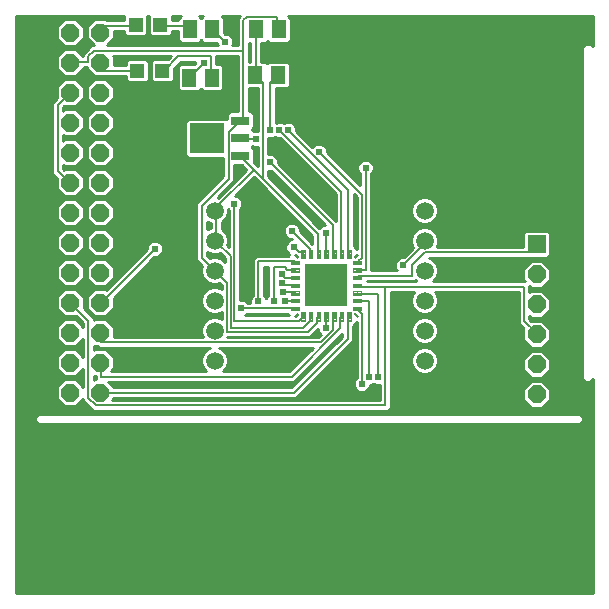
<source format=gtl>
G75*
G70*
%OFA0B0*%
%FSLAX24Y24*%
%IPPOS*%
%LPD*%
%AMOC8*
5,1,8,0,0,1.08239X$1,22.5*
%
%ADD10C,0.0039*%
%ADD11C,0.0017*%
%ADD12R,0.1398X0.1398*%
%ADD13C,0.0594*%
%ADD14R,0.0591X0.0315*%
%ADD15R,0.1181X0.0984*%
%ADD16R,0.0512X0.0591*%
%ADD17OC8,0.0600*%
%ADD18R,0.0472X0.0472*%
%ADD19R,0.0472X0.0591*%
%ADD20R,0.0600X0.0600*%
%ADD21C,0.0060*%
%ADD22C,0.0240*%
%ADD23C,0.0100*%
D10*
X009564Y009838D02*
X009840Y009838D01*
X009564Y009838D02*
X009564Y009956D01*
X009840Y009956D01*
X009840Y009838D01*
X009840Y009876D02*
X009564Y009876D01*
X009564Y009914D02*
X009840Y009914D01*
X009840Y009952D02*
X009564Y009952D01*
X009564Y010094D02*
X009840Y010094D01*
X009564Y010094D02*
X009564Y010212D01*
X009840Y010212D01*
X009840Y010094D01*
X009840Y010132D02*
X009564Y010132D01*
X009564Y010170D02*
X009840Y010170D01*
X009840Y010208D02*
X009564Y010208D01*
X009564Y010350D02*
X009840Y010350D01*
X009564Y010350D02*
X009564Y010468D01*
X009840Y010468D01*
X009840Y010350D01*
X009840Y010388D02*
X009564Y010388D01*
X009564Y010426D02*
X009840Y010426D01*
X009840Y010464D02*
X009564Y010464D01*
X009564Y010606D02*
X009840Y010606D01*
X009564Y010606D02*
X009564Y010724D01*
X009840Y010724D01*
X009840Y010606D01*
X009840Y010644D02*
X009564Y010644D01*
X009564Y010682D02*
X009840Y010682D01*
X009840Y010720D02*
X009564Y010720D01*
X009564Y010862D02*
X009840Y010862D01*
X009564Y010862D02*
X009564Y010980D01*
X009840Y010980D01*
X009840Y010862D01*
X009840Y010900D02*
X009564Y010900D01*
X009564Y010938D02*
X009840Y010938D01*
X009840Y010976D02*
X009564Y010976D01*
X009564Y011118D02*
X009840Y011118D01*
X009564Y011118D02*
X009564Y011236D01*
X009840Y011236D01*
X009840Y011118D01*
X009840Y011156D02*
X009564Y011156D01*
X009564Y011194D02*
X009840Y011194D01*
X009840Y011232D02*
X009564Y011232D01*
X009564Y011374D02*
X009840Y011374D01*
X009564Y011374D02*
X009564Y011492D01*
X009840Y011492D01*
X009840Y011374D01*
X009840Y011412D02*
X009564Y011412D01*
X009564Y011450D02*
X009840Y011450D01*
X009840Y011488D02*
X009564Y011488D01*
X009918Y011570D02*
X009918Y011846D01*
X010036Y011846D01*
X010036Y011570D01*
X009918Y011570D01*
X009918Y011608D02*
X010036Y011608D01*
X010036Y011646D02*
X009918Y011646D01*
X009918Y011684D02*
X010036Y011684D01*
X010036Y011722D02*
X009918Y011722D01*
X009918Y011760D02*
X010036Y011760D01*
X010036Y011798D02*
X009918Y011798D01*
X009918Y011836D02*
X010036Y011836D01*
X010174Y011846D02*
X010174Y011570D01*
X010174Y011846D02*
X010292Y011846D01*
X010292Y011570D01*
X010174Y011570D01*
X010174Y011608D02*
X010292Y011608D01*
X010292Y011646D02*
X010174Y011646D01*
X010174Y011684D02*
X010292Y011684D01*
X010292Y011722D02*
X010174Y011722D01*
X010174Y011760D02*
X010292Y011760D01*
X010292Y011798D02*
X010174Y011798D01*
X010174Y011836D02*
X010292Y011836D01*
X010430Y011846D02*
X010430Y011570D01*
X010430Y011846D02*
X010548Y011846D01*
X010548Y011570D01*
X010430Y011570D01*
X010430Y011608D02*
X010548Y011608D01*
X010548Y011646D02*
X010430Y011646D01*
X010430Y011684D02*
X010548Y011684D01*
X010548Y011722D02*
X010430Y011722D01*
X010430Y011760D02*
X010548Y011760D01*
X010548Y011798D02*
X010430Y011798D01*
X010430Y011836D02*
X010548Y011836D01*
X010686Y011846D02*
X010686Y011570D01*
X010686Y011846D02*
X010804Y011846D01*
X010804Y011570D01*
X010686Y011570D01*
X010686Y011608D02*
X010804Y011608D01*
X010804Y011646D02*
X010686Y011646D01*
X010686Y011684D02*
X010804Y011684D01*
X010804Y011722D02*
X010686Y011722D01*
X010686Y011760D02*
X010804Y011760D01*
X010804Y011798D02*
X010686Y011798D01*
X010686Y011836D02*
X010804Y011836D01*
X010942Y011846D02*
X010942Y011570D01*
X010942Y011846D02*
X011060Y011846D01*
X011060Y011570D01*
X010942Y011570D01*
X010942Y011608D02*
X011060Y011608D01*
X011060Y011646D02*
X010942Y011646D01*
X010942Y011684D02*
X011060Y011684D01*
X011060Y011722D02*
X010942Y011722D01*
X010942Y011760D02*
X011060Y011760D01*
X011060Y011798D02*
X010942Y011798D01*
X010942Y011836D02*
X011060Y011836D01*
X011198Y011846D02*
X011198Y011570D01*
X011198Y011846D02*
X011316Y011846D01*
X011316Y011570D01*
X011198Y011570D01*
X011198Y011608D02*
X011316Y011608D01*
X011316Y011646D02*
X011198Y011646D01*
X011198Y011684D02*
X011316Y011684D01*
X011316Y011722D02*
X011198Y011722D01*
X011198Y011760D02*
X011316Y011760D01*
X011316Y011798D02*
X011198Y011798D01*
X011198Y011836D02*
X011316Y011836D01*
X011454Y011846D02*
X011454Y011570D01*
X011454Y011846D02*
X011572Y011846D01*
X011572Y011570D01*
X011454Y011570D01*
X011454Y011608D02*
X011572Y011608D01*
X011572Y011646D02*
X011454Y011646D01*
X011454Y011684D02*
X011572Y011684D01*
X011572Y011722D02*
X011454Y011722D01*
X011454Y011760D02*
X011572Y011760D01*
X011572Y011798D02*
X011454Y011798D01*
X011454Y011836D02*
X011572Y011836D01*
X011650Y011492D02*
X011926Y011492D01*
X011926Y011374D01*
X011650Y011374D01*
X011650Y011492D01*
X011650Y011412D02*
X011926Y011412D01*
X011926Y011450D02*
X011650Y011450D01*
X011650Y011488D02*
X011926Y011488D01*
X011926Y011236D02*
X011650Y011236D01*
X011926Y011236D02*
X011926Y011118D01*
X011650Y011118D01*
X011650Y011236D01*
X011650Y011156D02*
X011926Y011156D01*
X011926Y011194D02*
X011650Y011194D01*
X011650Y011232D02*
X011926Y011232D01*
X011926Y010980D02*
X011650Y010980D01*
X011926Y010980D02*
X011926Y010862D01*
X011650Y010862D01*
X011650Y010980D01*
X011650Y010900D02*
X011926Y010900D01*
X011926Y010938D02*
X011650Y010938D01*
X011650Y010976D02*
X011926Y010976D01*
X011926Y010724D02*
X011650Y010724D01*
X011926Y010724D02*
X011926Y010606D01*
X011650Y010606D01*
X011650Y010724D01*
X011650Y010644D02*
X011926Y010644D01*
X011926Y010682D02*
X011650Y010682D01*
X011650Y010720D02*
X011926Y010720D01*
X011926Y010468D02*
X011650Y010468D01*
X011926Y010468D02*
X011926Y010350D01*
X011650Y010350D01*
X011650Y010468D01*
X011650Y010388D02*
X011926Y010388D01*
X011926Y010426D02*
X011650Y010426D01*
X011650Y010464D02*
X011926Y010464D01*
X011926Y010212D02*
X011650Y010212D01*
X011926Y010212D02*
X011926Y010094D01*
X011650Y010094D01*
X011650Y010212D01*
X011650Y010132D02*
X011926Y010132D01*
X011926Y010170D02*
X011650Y010170D01*
X011650Y010208D02*
X011926Y010208D01*
X011926Y009956D02*
X011650Y009956D01*
X011926Y009956D02*
X011926Y009838D01*
X011650Y009838D01*
X011650Y009956D01*
X011650Y009876D02*
X011926Y009876D01*
X011926Y009914D02*
X011650Y009914D01*
X011650Y009952D02*
X011926Y009952D01*
X011572Y009760D02*
X011572Y009484D01*
X011454Y009484D01*
X011454Y009760D01*
X011572Y009760D01*
X011572Y009522D02*
X011454Y009522D01*
X011454Y009560D02*
X011572Y009560D01*
X011572Y009598D02*
X011454Y009598D01*
X011454Y009636D02*
X011572Y009636D01*
X011572Y009674D02*
X011454Y009674D01*
X011454Y009712D02*
X011572Y009712D01*
X011572Y009750D02*
X011454Y009750D01*
X011316Y009760D02*
X011316Y009484D01*
X011198Y009484D01*
X011198Y009760D01*
X011316Y009760D01*
X011316Y009522D02*
X011198Y009522D01*
X011198Y009560D02*
X011316Y009560D01*
X011316Y009598D02*
X011198Y009598D01*
X011198Y009636D02*
X011316Y009636D01*
X011316Y009674D02*
X011198Y009674D01*
X011198Y009712D02*
X011316Y009712D01*
X011316Y009750D02*
X011198Y009750D01*
X011060Y009760D02*
X011060Y009484D01*
X010942Y009484D01*
X010942Y009760D01*
X011060Y009760D01*
X011060Y009522D02*
X010942Y009522D01*
X010942Y009560D02*
X011060Y009560D01*
X011060Y009598D02*
X010942Y009598D01*
X010942Y009636D02*
X011060Y009636D01*
X011060Y009674D02*
X010942Y009674D01*
X010942Y009712D02*
X011060Y009712D01*
X011060Y009750D02*
X010942Y009750D01*
X010804Y009760D02*
X010804Y009484D01*
X010686Y009484D01*
X010686Y009760D01*
X010804Y009760D01*
X010804Y009522D02*
X010686Y009522D01*
X010686Y009560D02*
X010804Y009560D01*
X010804Y009598D02*
X010686Y009598D01*
X010686Y009636D02*
X010804Y009636D01*
X010804Y009674D02*
X010686Y009674D01*
X010686Y009712D02*
X010804Y009712D01*
X010804Y009750D02*
X010686Y009750D01*
X010548Y009760D02*
X010548Y009484D01*
X010430Y009484D01*
X010430Y009760D01*
X010548Y009760D01*
X010548Y009522D02*
X010430Y009522D01*
X010430Y009560D02*
X010548Y009560D01*
X010548Y009598D02*
X010430Y009598D01*
X010430Y009636D02*
X010548Y009636D01*
X010548Y009674D02*
X010430Y009674D01*
X010430Y009712D02*
X010548Y009712D01*
X010548Y009750D02*
X010430Y009750D01*
X010292Y009760D02*
X010292Y009484D01*
X010174Y009484D01*
X010174Y009760D01*
X010292Y009760D01*
X010292Y009522D02*
X010174Y009522D01*
X010174Y009560D02*
X010292Y009560D01*
X010292Y009598D02*
X010174Y009598D01*
X010174Y009636D02*
X010292Y009636D01*
X010292Y009674D02*
X010174Y009674D01*
X010174Y009712D02*
X010292Y009712D01*
X010292Y009750D02*
X010174Y009750D01*
X010036Y009760D02*
X010036Y009484D01*
X009918Y009484D01*
X009918Y009760D01*
X010036Y009760D01*
X010036Y009522D02*
X009918Y009522D01*
X009918Y009560D02*
X010036Y009560D01*
X010036Y009598D02*
X009918Y009598D01*
X009918Y009636D02*
X010036Y009636D01*
X010036Y009674D02*
X009918Y009674D01*
X009918Y009712D02*
X010036Y009712D01*
X010036Y009750D02*
X009918Y009750D01*
D11*
X009818Y009702D02*
X009782Y009738D01*
X009818Y009702D02*
X009720Y009604D01*
X009684Y009640D01*
X009782Y009738D01*
X009736Y009620D02*
X009704Y009620D01*
X009688Y009636D02*
X009752Y009636D01*
X009768Y009652D02*
X009696Y009652D01*
X009712Y009668D02*
X009784Y009668D01*
X009800Y009684D02*
X009728Y009684D01*
X009744Y009700D02*
X009816Y009700D01*
X009804Y009716D02*
X009760Y009716D01*
X009776Y009732D02*
X009788Y009732D01*
X009782Y011592D02*
X009818Y011628D01*
X009782Y011592D02*
X009684Y011690D01*
X009720Y011726D01*
X009818Y011628D01*
X009798Y011608D02*
X009766Y011608D01*
X009750Y011624D02*
X009814Y011624D01*
X009806Y011640D02*
X009734Y011640D01*
X009718Y011656D02*
X009790Y011656D01*
X009774Y011672D02*
X009702Y011672D01*
X009686Y011688D02*
X009758Y011688D01*
X009742Y011704D02*
X009698Y011704D01*
X009714Y011720D02*
X009726Y011720D01*
X011672Y011628D02*
X011708Y011592D01*
X011672Y011628D02*
X011770Y011726D01*
X011806Y011690D01*
X011708Y011592D01*
X011724Y011608D02*
X011692Y011608D01*
X011676Y011624D02*
X011740Y011624D01*
X011756Y011640D02*
X011684Y011640D01*
X011700Y011656D02*
X011772Y011656D01*
X011788Y011672D02*
X011716Y011672D01*
X011732Y011688D02*
X011804Y011688D01*
X011792Y011704D02*
X011748Y011704D01*
X011764Y011720D02*
X011776Y011720D01*
X011698Y009748D02*
X011662Y009712D01*
X011698Y009748D02*
X011796Y009650D01*
X011760Y009614D01*
X011662Y009712D01*
X011744Y009630D02*
X011776Y009630D01*
X011792Y009646D02*
X011728Y009646D01*
X011712Y009662D02*
X011784Y009662D01*
X011768Y009678D02*
X011696Y009678D01*
X011680Y009694D02*
X011752Y009694D01*
X011736Y009710D02*
X011664Y009710D01*
X011676Y009726D02*
X011720Y009726D01*
X011704Y009742D02*
X011692Y009742D01*
D12*
X010745Y010665D03*
D13*
X014035Y011156D03*
X014035Y012156D03*
X014035Y013156D03*
X014035Y010156D03*
X014035Y009156D03*
X014035Y008156D03*
X007035Y008156D03*
X007035Y009156D03*
X007035Y010156D03*
X007035Y011156D03*
X007035Y012156D03*
X007035Y013156D03*
D14*
X007891Y014977D03*
X007891Y015568D03*
X007891Y016159D03*
D15*
X006789Y015568D03*
D16*
X008386Y017674D03*
X009134Y017674D03*
X009162Y019196D03*
X008414Y019196D03*
D17*
X003211Y019080D03*
X002211Y019080D03*
X002211Y018080D03*
X002211Y017080D03*
X002211Y016080D03*
X002211Y015080D03*
X002211Y014080D03*
X002211Y013080D03*
X002211Y012080D03*
X002211Y011080D03*
X002211Y010080D03*
X002211Y009080D03*
X002211Y008080D03*
X002211Y007080D03*
X003211Y007080D03*
X003211Y008080D03*
X003211Y009080D03*
X003211Y010080D03*
X003211Y011080D03*
X003211Y012080D03*
X003211Y013080D03*
X003211Y014080D03*
X003211Y015080D03*
X003211Y016080D03*
X003211Y017080D03*
X003211Y018080D03*
X017760Y011040D03*
X017760Y010040D03*
X017760Y009040D03*
X017760Y008040D03*
X017760Y007040D03*
D18*
X005281Y017820D03*
X004454Y017820D03*
X004394Y019350D03*
X005221Y019350D03*
D19*
X006202Y019200D03*
X006952Y019200D03*
X006938Y017584D03*
X006188Y017584D03*
D20*
X017760Y012040D03*
D21*
X017760Y011760D01*
X014040Y011760D01*
X013620Y011340D01*
X013620Y010980D01*
X011820Y010980D01*
X011788Y010921D01*
X011788Y011177D02*
X011820Y011190D01*
X012060Y011190D01*
X012060Y014580D01*
X011940Y013680D02*
X010500Y015120D01*
X009480Y015840D02*
X011490Y013830D01*
X011490Y011760D01*
X011513Y011708D01*
X011257Y011708D02*
X011250Y011760D01*
X011250Y013770D01*
X009180Y015840D01*
X008880Y015840D02*
X008880Y017400D01*
X009120Y017640D01*
X009134Y017674D01*
X008640Y017400D02*
X008640Y014220D01*
X010470Y012390D01*
X010470Y011760D01*
X010489Y011708D01*
X010233Y011708D02*
X010200Y011760D01*
X010200Y011880D01*
X009600Y012480D01*
X009660Y011940D02*
X009840Y011760D01*
X009960Y011760D01*
X009977Y011708D01*
X009702Y011433D02*
X009660Y011460D01*
X008490Y011460D01*
X008490Y010140D01*
X009000Y010140D02*
X009000Y011280D01*
X009360Y011280D01*
X009450Y011190D01*
X009690Y011190D01*
X009702Y011177D01*
X009702Y010921D02*
X009690Y010920D01*
X009390Y010920D01*
X009270Y011040D01*
X009270Y010740D02*
X009270Y010680D01*
X009660Y010680D01*
X009702Y010665D01*
X009660Y010440D02*
X009702Y010409D01*
X009660Y010440D02*
X009300Y010440D01*
X009360Y010140D02*
X009660Y010140D01*
X009702Y010153D01*
X009660Y009900D02*
X009702Y009897D01*
X009660Y009900D02*
X007920Y009900D01*
X007680Y009480D02*
X007680Y013380D01*
X007080Y013260D02*
X007080Y013200D01*
X007035Y013156D01*
X007080Y013140D01*
X007080Y012180D01*
X007035Y012156D01*
X007080Y012120D01*
X007560Y011640D01*
X007560Y009240D01*
X009960Y009240D01*
X010200Y009480D01*
X010200Y009600D01*
X010233Y009622D01*
X010440Y009600D02*
X010489Y009622D01*
X010440Y009600D02*
X010440Y009420D01*
X010140Y009120D01*
X007440Y009120D01*
X007440Y010740D01*
X007080Y011100D01*
X007035Y011156D01*
X007020Y011160D01*
X006600Y011580D01*
X006600Y013320D01*
X007500Y014220D01*
X007500Y015780D01*
X007860Y016140D01*
X007891Y016159D01*
X007920Y016200D01*
X007980Y016260D01*
X007980Y018480D01*
X003000Y018480D01*
X002820Y018300D01*
X002820Y018120D01*
X002220Y018120D01*
X002211Y018080D01*
X002211Y017080D02*
X002160Y017040D01*
X001800Y016680D01*
X001800Y014460D01*
X002160Y014100D01*
X002211Y014080D01*
X005040Y011880D02*
X003240Y010080D01*
X003211Y010080D01*
X002820Y009480D02*
X002820Y006900D01*
X003060Y006660D01*
X012720Y006660D01*
X012720Y010620D01*
X011820Y010620D01*
X011788Y010665D01*
X011788Y010409D02*
X011820Y010380D01*
X012480Y010380D01*
X012480Y007620D01*
X012180Y007620D02*
X012180Y010140D01*
X011820Y010140D01*
X011788Y010153D01*
X011788Y009897D02*
X011820Y009840D01*
X011940Y009720D01*
X011940Y007380D01*
X010560Y008760D02*
X003240Y008760D01*
X003240Y009060D01*
X003211Y009080D01*
X002820Y009480D02*
X002220Y010080D01*
X002211Y010080D01*
X003211Y008080D02*
X003240Y008040D01*
X003240Y007620D01*
X009600Y007620D01*
X011220Y009240D01*
X011220Y009600D01*
X011257Y009622D01*
X011460Y009600D02*
X011513Y009622D01*
X011460Y009600D02*
X011460Y008880D01*
X009660Y007080D01*
X003211Y007080D01*
X007680Y009480D02*
X009840Y009480D01*
X009960Y009600D01*
X009977Y009622D01*
X010740Y009600D02*
X010740Y009240D01*
X010980Y009180D02*
X010560Y008760D01*
X010980Y009180D02*
X010980Y009600D01*
X011001Y009622D01*
X010745Y009622D02*
X010740Y009600D01*
X011788Y011433D02*
X011820Y011460D01*
X011940Y011580D01*
X011940Y013680D01*
X010980Y012660D02*
X008880Y014760D01*
X008340Y014520D02*
X008640Y014220D01*
X008340Y014520D02*
X007080Y013260D01*
X008340Y014520D02*
X007920Y014940D01*
X007891Y014977D01*
X007920Y015540D02*
X007891Y015568D01*
X007920Y015540D02*
X008400Y015540D01*
X008640Y017400D02*
X008400Y017640D01*
X008386Y017674D01*
X008400Y017700D01*
X008400Y019140D01*
X008414Y019196D01*
X008100Y019620D02*
X007980Y019500D01*
X007980Y018480D01*
X007380Y018780D02*
X006960Y019200D01*
X006952Y019200D01*
X006202Y019200D02*
X006180Y019200D01*
X006180Y019320D01*
X005280Y019320D01*
X005221Y019350D01*
X004394Y019350D02*
X004380Y019320D01*
X003240Y019320D01*
X003240Y019080D01*
X003211Y019080D01*
X003211Y018080D02*
X003240Y018060D01*
X003240Y017820D01*
X004454Y017820D01*
X005281Y017820D02*
X005340Y017820D01*
X005820Y018300D01*
X006900Y018300D01*
X006900Y017640D01*
X006938Y017584D01*
X006660Y018060D02*
X006240Y017640D01*
X006188Y017584D01*
X008100Y019620D02*
X009120Y019620D01*
X009120Y019200D01*
X009162Y019196D01*
X010980Y012660D02*
X010980Y011760D01*
X011001Y011708D01*
X010745Y011708D02*
X010740Y011760D01*
X010740Y012420D01*
X012720Y010620D02*
X017340Y010620D01*
X017340Y009480D01*
X017760Y009060D01*
X017760Y009040D01*
X014035Y012156D02*
X013980Y012120D01*
X013980Y012000D01*
X013320Y011340D01*
D22*
X013320Y011340D03*
X010740Y012420D03*
X009660Y011940D03*
X009600Y012480D03*
X009270Y011040D03*
X009270Y010740D03*
X009300Y010440D03*
X009360Y010140D03*
X009000Y010140D03*
X008490Y010140D03*
X007920Y009900D03*
X010740Y009240D03*
X012180Y007620D03*
X012480Y007620D03*
X011940Y007380D03*
X007680Y013380D03*
X008880Y014760D03*
X008400Y015540D03*
X008880Y015840D03*
X009180Y015840D03*
X009480Y015840D03*
X010500Y015120D03*
X012060Y014580D03*
X007380Y018780D03*
X006660Y018060D03*
X005040Y011880D03*
D23*
X000410Y019635D02*
X000410Y000410D01*
X019635Y000410D01*
X019635Y007530D01*
X019545Y007440D01*
X019395Y007440D01*
X019290Y007545D01*
X019290Y018615D01*
X019395Y018720D01*
X019545Y018720D01*
X019635Y018630D01*
X019635Y019635D01*
X009486Y019635D01*
X009568Y019553D01*
X009568Y018838D01*
X009480Y018750D01*
X008844Y018750D01*
X008788Y018806D01*
X008732Y018750D01*
X008580Y018750D01*
X008580Y018119D01*
X008704Y018119D01*
X008760Y018063D01*
X008816Y018119D01*
X009452Y018119D01*
X009540Y018031D01*
X009540Y017316D01*
X009452Y017228D01*
X009060Y017228D01*
X009060Y016083D01*
X009126Y016110D01*
X009234Y016110D01*
X009330Y016070D01*
X009426Y016110D01*
X009534Y016110D01*
X009633Y016069D01*
X009709Y015993D01*
X009750Y015894D01*
X009750Y015825D01*
X010286Y015288D01*
X010347Y015349D01*
X010446Y015390D01*
X010554Y015390D01*
X010653Y015349D01*
X010729Y015273D01*
X010770Y015174D01*
X010770Y015105D01*
X011880Y013995D01*
X011880Y014378D01*
X011831Y014427D01*
X011790Y014526D01*
X011790Y014634D01*
X011831Y014733D01*
X011907Y014809D01*
X012006Y014850D01*
X012114Y014850D01*
X012213Y014809D01*
X012289Y014733D01*
X012330Y014634D01*
X012330Y014526D01*
X012289Y014427D01*
X012240Y014378D01*
X012240Y011160D01*
X013118Y011160D01*
X013091Y011187D01*
X013050Y011286D01*
X013050Y011394D01*
X013091Y011493D01*
X013167Y011569D01*
X013266Y011610D01*
X013335Y011610D01*
X013648Y011922D01*
X013588Y012067D01*
X013588Y012244D01*
X013656Y012409D01*
X013782Y012534D01*
X013946Y012602D01*
X014124Y012602D01*
X014288Y012534D01*
X014414Y012409D01*
X014482Y012244D01*
X014482Y012067D01*
X014429Y011940D01*
X017310Y011940D01*
X017310Y012402D01*
X017398Y012490D01*
X018122Y012490D01*
X018210Y012402D01*
X018210Y011678D01*
X018122Y011590D01*
X017845Y011590D01*
X017835Y011580D01*
X014178Y011580D01*
X014288Y011534D01*
X014414Y011409D01*
X014482Y011244D01*
X014482Y011067D01*
X014414Y010902D01*
X014311Y010800D01*
X017364Y010800D01*
X017310Y010854D01*
X017310Y011226D01*
X017574Y011490D01*
X017946Y011490D01*
X018210Y011226D01*
X018210Y010854D01*
X017946Y010590D01*
X017574Y010590D01*
X017520Y010644D01*
X017520Y010436D01*
X017574Y010490D01*
X017946Y010490D01*
X018210Y010226D01*
X018210Y009854D01*
X017946Y009590D01*
X017574Y009590D01*
X017520Y009644D01*
X017520Y009555D01*
X017585Y009490D01*
X017946Y009490D01*
X018210Y009226D01*
X018210Y008854D01*
X017946Y008590D01*
X017574Y008590D01*
X017310Y008854D01*
X017310Y009226D01*
X017325Y009241D01*
X017160Y009405D01*
X017160Y010440D01*
X014382Y010440D01*
X014414Y010409D01*
X014482Y010244D01*
X014482Y010067D01*
X014414Y009902D01*
X014288Y009777D01*
X014124Y009709D01*
X013946Y009709D01*
X013782Y009777D01*
X013656Y009902D01*
X013588Y010067D01*
X013588Y010244D01*
X013656Y010409D01*
X013688Y010440D01*
X012900Y010440D01*
X012900Y006585D01*
X012795Y006480D01*
X002985Y006480D01*
X002880Y006585D01*
X002640Y006825D01*
X002640Y006873D01*
X002397Y006630D01*
X002025Y006630D01*
X001761Y006894D01*
X001761Y007266D01*
X002025Y007530D01*
X002397Y007530D01*
X002640Y007287D01*
X002640Y007873D01*
X002397Y007630D01*
X002025Y007630D01*
X001761Y007894D01*
X001761Y008266D01*
X002025Y008530D01*
X002397Y008530D01*
X002640Y008287D01*
X002640Y008873D01*
X002397Y008630D01*
X002025Y008630D01*
X001761Y008894D01*
X001761Y009266D01*
X002025Y009530D01*
X002397Y009530D01*
X002640Y009287D01*
X002640Y009405D01*
X002406Y009639D01*
X002397Y009630D01*
X002025Y009630D01*
X001761Y009894D01*
X001761Y010266D01*
X002025Y010530D01*
X002397Y010530D01*
X002661Y010266D01*
X002661Y009894D01*
X002661Y009894D01*
X002895Y009660D01*
X003000Y009555D01*
X003000Y009505D01*
X003025Y009530D01*
X003397Y009530D01*
X003661Y009266D01*
X003661Y008940D01*
X006641Y008940D01*
X006588Y009067D01*
X006588Y009244D01*
X006656Y009409D01*
X006782Y009534D01*
X006946Y009602D01*
X007124Y009602D01*
X007260Y009546D01*
X007260Y009765D01*
X007124Y009709D01*
X006946Y009709D01*
X006782Y009777D01*
X006656Y009902D01*
X006588Y010067D01*
X006588Y010244D01*
X006656Y010409D01*
X006782Y010534D01*
X006946Y010602D01*
X007124Y010602D01*
X007260Y010546D01*
X007260Y010665D01*
X007190Y010736D01*
X007124Y010709D01*
X006946Y010709D01*
X006782Y010777D01*
X006656Y010902D01*
X006588Y011067D01*
X006588Y011244D01*
X006615Y011310D01*
X006420Y011505D01*
X006420Y013395D01*
X006525Y013500D01*
X007320Y014295D01*
X007320Y014926D01*
X006136Y014926D01*
X006048Y015014D01*
X006048Y016122D01*
X006136Y016210D01*
X007441Y016210D01*
X007446Y016206D01*
X007446Y016378D01*
X007534Y016466D01*
X007800Y016466D01*
X007800Y018300D01*
X007080Y018300D01*
X007080Y018029D01*
X007236Y018029D01*
X007324Y017941D01*
X007324Y017226D01*
X007236Y017138D01*
X006639Y017138D01*
X006563Y017215D01*
X006486Y017138D01*
X005889Y017138D01*
X005801Y017226D01*
X005801Y017941D01*
X005889Y018029D01*
X006374Y018029D01*
X006390Y018045D01*
X006390Y018114D01*
X006393Y018120D01*
X005895Y018120D01*
X005667Y017892D01*
X005667Y017522D01*
X005579Y017434D01*
X004982Y017434D01*
X004895Y017522D01*
X004895Y018118D01*
X004982Y018206D01*
X005472Y018206D01*
X005565Y018300D01*
X003627Y018300D01*
X003661Y018266D01*
X003661Y018000D01*
X004068Y018000D01*
X004068Y018118D01*
X004156Y018206D01*
X004752Y018206D01*
X004840Y018118D01*
X004840Y017522D01*
X004752Y017434D01*
X004156Y017434D01*
X004068Y017522D01*
X004068Y017640D01*
X003407Y017640D01*
X003397Y017630D01*
X003025Y017630D01*
X002761Y017894D01*
X002761Y017940D01*
X002661Y017940D01*
X002661Y017894D01*
X002397Y017630D01*
X002025Y017630D01*
X001761Y017894D01*
X001761Y018266D01*
X002025Y018530D01*
X002397Y018530D01*
X002627Y018300D01*
X002640Y018300D01*
X002640Y018375D01*
X002820Y018555D01*
X002925Y018660D01*
X002995Y018660D01*
X002761Y018894D01*
X002761Y019266D01*
X003025Y019530D01*
X003397Y019530D01*
X003427Y019500D01*
X004008Y019500D01*
X004008Y019635D01*
X000410Y019635D01*
X000410Y019585D02*
X004008Y019585D01*
X004008Y019140D02*
X003661Y019140D01*
X003661Y018894D01*
X003427Y018660D01*
X007137Y018660D01*
X007110Y018726D01*
X007110Y018755D01*
X006654Y018755D01*
X006577Y018831D01*
X006501Y018755D01*
X005904Y018755D01*
X005816Y018843D01*
X005816Y019140D01*
X005607Y019140D01*
X005607Y019052D01*
X005519Y018964D01*
X004922Y018964D01*
X004835Y019052D01*
X004835Y019635D01*
X004780Y019635D01*
X004780Y019052D01*
X004692Y018964D01*
X004096Y018964D01*
X004008Y019052D01*
X004008Y019140D01*
X004008Y019092D02*
X003661Y019092D01*
X003661Y018994D02*
X004066Y018994D01*
X003661Y018895D02*
X005816Y018895D01*
X005816Y018994D02*
X005549Y018994D01*
X005607Y019092D02*
X005816Y019092D01*
X005862Y018797D02*
X003564Y018797D01*
X003466Y018698D02*
X007122Y018698D01*
X007365Y019050D02*
X007339Y019076D01*
X007339Y019557D01*
X007261Y019635D01*
X007860Y019635D01*
X007800Y019575D01*
X007800Y018660D01*
X007623Y018660D01*
X007650Y018726D01*
X007650Y018834D01*
X007609Y018933D01*
X007533Y019009D01*
X007434Y019050D01*
X007365Y019050D01*
X007339Y019092D02*
X007800Y019092D01*
X007800Y018994D02*
X007548Y018994D01*
X007625Y018895D02*
X007800Y018895D01*
X007800Y018797D02*
X007650Y018797D01*
X007638Y018698D02*
X007800Y018698D01*
X008160Y018698D02*
X008220Y018698D01*
X008220Y018750D02*
X008220Y018119D01*
X008160Y018119D01*
X008160Y018750D01*
X008220Y018750D01*
X008220Y018600D02*
X008160Y018600D01*
X008160Y018501D02*
X008220Y018501D01*
X008220Y018403D02*
X008160Y018403D01*
X008160Y018304D02*
X008220Y018304D01*
X008220Y018206D02*
X008160Y018206D01*
X007800Y018206D02*
X007080Y018206D01*
X007080Y018107D02*
X007800Y018107D01*
X007800Y018009D02*
X007256Y018009D01*
X007324Y017910D02*
X007800Y017910D01*
X007800Y017812D02*
X007324Y017812D01*
X007324Y017713D02*
X007800Y017713D01*
X007800Y017615D02*
X007324Y017615D01*
X007324Y017516D02*
X007800Y017516D01*
X007800Y017418D02*
X007324Y017418D01*
X007324Y017319D02*
X007800Y017319D01*
X007800Y017221D02*
X007318Y017221D01*
X007800Y017122D02*
X003661Y017122D01*
X003661Y017024D02*
X007800Y017024D01*
X007800Y016925D02*
X003661Y016925D01*
X003661Y016894D02*
X003397Y016630D01*
X003025Y016630D01*
X002761Y016894D01*
X002761Y017266D01*
X003025Y017530D01*
X003397Y017530D01*
X003661Y017266D01*
X003661Y016894D01*
X003594Y016827D02*
X007800Y016827D01*
X007800Y016728D02*
X003496Y016728D01*
X003397Y016530D02*
X003025Y016530D01*
X002761Y016266D01*
X002761Y015894D01*
X003025Y015630D01*
X003397Y015630D01*
X003661Y015894D01*
X003661Y016266D01*
X003397Y016530D01*
X003495Y016433D02*
X007500Y016433D01*
X007446Y016334D02*
X003593Y016334D01*
X003661Y016236D02*
X007446Y016236D01*
X007800Y016531D02*
X001980Y016531D01*
X002025Y016530D02*
X001980Y016485D01*
X001980Y016605D01*
X002015Y016640D01*
X002025Y016630D01*
X002397Y016630D01*
X002661Y016894D01*
X002661Y017266D01*
X002397Y017530D01*
X002025Y017530D01*
X001761Y017266D01*
X001761Y016896D01*
X001620Y016755D01*
X001620Y014385D01*
X001725Y014280D01*
X001761Y014244D01*
X001761Y013894D01*
X002025Y013630D01*
X002397Y013630D01*
X002661Y013894D01*
X002661Y014266D01*
X002397Y014530D01*
X002025Y014530D01*
X002005Y014510D01*
X001980Y014535D01*
X001980Y014675D01*
X002025Y014630D01*
X002397Y014630D01*
X002661Y014894D01*
X002661Y015266D01*
X002397Y015530D01*
X002025Y015530D01*
X001980Y015485D01*
X001980Y015675D01*
X002025Y015630D01*
X002397Y015630D01*
X002661Y015894D01*
X002661Y016266D01*
X002397Y016530D01*
X002025Y016530D01*
X002004Y016630D02*
X007800Y016630D01*
X008160Y016630D02*
X008460Y016630D01*
X008460Y016728D02*
X008160Y016728D01*
X008160Y016827D02*
X008460Y016827D01*
X008460Y016925D02*
X008160Y016925D01*
X008160Y017024D02*
X008460Y017024D01*
X008460Y017122D02*
X008160Y017122D01*
X008160Y017221D02*
X008460Y017221D01*
X008460Y017228D02*
X008460Y015807D01*
X008454Y015810D01*
X008346Y015810D01*
X008323Y015801D01*
X008261Y015863D01*
X008336Y015939D01*
X008336Y016378D01*
X008248Y016466D01*
X008160Y016466D01*
X008160Y017228D01*
X008460Y017228D01*
X009060Y017221D02*
X019290Y017221D01*
X019290Y017319D02*
X009540Y017319D01*
X009540Y017418D02*
X019290Y017418D01*
X019290Y017516D02*
X009540Y017516D01*
X009540Y017615D02*
X019290Y017615D01*
X019290Y017713D02*
X009540Y017713D01*
X009540Y017812D02*
X019290Y017812D01*
X019290Y017910D02*
X009540Y017910D01*
X009540Y018009D02*
X019290Y018009D01*
X019290Y018107D02*
X009464Y018107D01*
X009526Y018797D02*
X019635Y018797D01*
X019635Y018895D02*
X009568Y018895D01*
X009568Y018994D02*
X019635Y018994D01*
X019635Y019092D02*
X009568Y019092D01*
X009568Y019191D02*
X019635Y019191D01*
X019635Y019289D02*
X009568Y019289D01*
X009568Y019388D02*
X019635Y019388D01*
X019635Y019486D02*
X009568Y019486D01*
X009537Y019585D02*
X019635Y019585D01*
X019635Y018698D02*
X019567Y018698D01*
X019373Y018698D02*
X008580Y018698D01*
X008580Y018600D02*
X019290Y018600D01*
X019290Y018501D02*
X008580Y018501D01*
X008580Y018403D02*
X019290Y018403D01*
X019290Y018304D02*
X008580Y018304D01*
X008580Y018206D02*
X019290Y018206D01*
X019290Y017122D02*
X009060Y017122D01*
X009060Y017024D02*
X019290Y017024D01*
X019290Y016925D02*
X009060Y016925D01*
X009060Y016827D02*
X019290Y016827D01*
X019290Y016728D02*
X009060Y016728D01*
X009060Y016630D02*
X019290Y016630D01*
X019290Y016531D02*
X009060Y016531D01*
X009060Y016433D02*
X019290Y016433D01*
X019290Y016334D02*
X009060Y016334D01*
X009060Y016236D02*
X019290Y016236D01*
X019290Y016137D02*
X009060Y016137D01*
X009030Y015610D02*
X008934Y015570D01*
X008826Y015570D01*
X008820Y015573D01*
X008820Y015027D01*
X008826Y015030D01*
X008934Y015030D01*
X009033Y014989D01*
X009109Y014913D01*
X009150Y014814D01*
X009150Y014745D01*
X011070Y012825D01*
X011070Y013695D01*
X009195Y015570D01*
X009126Y015570D01*
X009030Y015610D01*
X009219Y015546D02*
X008820Y015546D01*
X008820Y015448D02*
X009318Y015448D01*
X009416Y015349D02*
X008820Y015349D01*
X008820Y015251D02*
X009515Y015251D01*
X009613Y015152D02*
X008820Y015152D01*
X008820Y015054D02*
X009712Y015054D01*
X009810Y014955D02*
X009067Y014955D01*
X009132Y014857D02*
X009909Y014857D01*
X010007Y014758D02*
X009150Y014758D01*
X009235Y014660D02*
X010106Y014660D01*
X010204Y014561D02*
X009334Y014561D01*
X009432Y014463D02*
X010303Y014463D01*
X010401Y014364D02*
X009531Y014364D01*
X009629Y014266D02*
X010500Y014266D01*
X010598Y014167D02*
X009728Y014167D01*
X009826Y014069D02*
X010697Y014069D01*
X010795Y013970D02*
X009925Y013970D01*
X010023Y013872D02*
X010894Y013872D01*
X010992Y013773D02*
X010122Y013773D01*
X010220Y013675D02*
X011070Y013675D01*
X011070Y013576D02*
X010319Y013576D01*
X010417Y013478D02*
X011070Y013478D01*
X011070Y013379D02*
X010516Y013379D01*
X010614Y013281D02*
X011070Y013281D01*
X011070Y013182D02*
X010713Y013182D01*
X010811Y013084D02*
X011070Y013084D01*
X011070Y012985D02*
X010910Y012985D01*
X011008Y012887D02*
X011070Y012887D01*
X010695Y012690D02*
X010686Y012690D01*
X010587Y012649D01*
X010526Y012588D01*
X008820Y014295D01*
X008820Y014493D01*
X008826Y014490D01*
X008895Y014490D01*
X010695Y012690D01*
X010685Y012690D02*
X010425Y012690D01*
X010327Y012788D02*
X010597Y012788D01*
X010499Y012887D02*
X010228Y012887D01*
X010130Y012985D02*
X010400Y012985D01*
X010302Y013084D02*
X010031Y013084D01*
X009933Y013182D02*
X010203Y013182D01*
X010105Y013281D02*
X009834Y013281D01*
X009736Y013379D02*
X010006Y013379D01*
X009908Y013478D02*
X009637Y013478D01*
X009539Y013576D02*
X009809Y013576D01*
X009711Y013675D02*
X009440Y013675D01*
X009342Y013773D02*
X009612Y013773D01*
X009514Y013872D02*
X009243Y013872D01*
X009145Y013970D02*
X009415Y013970D01*
X009317Y014069D02*
X009046Y014069D01*
X008948Y014167D02*
X009218Y014167D01*
X009120Y014266D02*
X008849Y014266D01*
X008820Y014364D02*
X009021Y014364D01*
X008923Y014463D02*
X008820Y014463D01*
X008460Y014655D02*
X008415Y014700D01*
X008336Y014778D01*
X008336Y015197D01*
X008261Y015273D01*
X008284Y015296D01*
X008346Y015270D01*
X008454Y015270D01*
X008460Y015273D01*
X008460Y014655D01*
X008460Y014660D02*
X008455Y014660D01*
X008460Y014758D02*
X008357Y014758D01*
X008336Y014857D02*
X008460Y014857D01*
X008460Y014955D02*
X008336Y014955D01*
X008336Y015054D02*
X008460Y015054D01*
X008460Y015152D02*
X008336Y015152D01*
X008283Y015251D02*
X008460Y015251D01*
X008460Y015842D02*
X008282Y015842D01*
X008336Y015940D02*
X008460Y015940D01*
X008460Y016039D02*
X008336Y016039D01*
X008336Y016137D02*
X008460Y016137D01*
X008460Y016236D02*
X008336Y016236D01*
X008336Y016334D02*
X008460Y016334D01*
X008460Y016433D02*
X008282Y016433D01*
X008160Y016531D02*
X008460Y016531D01*
X009663Y016039D02*
X019290Y016039D01*
X019290Y015940D02*
X009731Y015940D01*
X009750Y015842D02*
X019290Y015842D01*
X019290Y015743D02*
X009832Y015743D01*
X009930Y015645D02*
X019290Y015645D01*
X019290Y015546D02*
X010029Y015546D01*
X010127Y015448D02*
X019290Y015448D01*
X019290Y015349D02*
X010653Y015349D01*
X010738Y015251D02*
X019290Y015251D01*
X019290Y015152D02*
X010770Y015152D01*
X010821Y015054D02*
X019290Y015054D01*
X019290Y014955D02*
X010920Y014955D01*
X011018Y014857D02*
X019290Y014857D01*
X019290Y014758D02*
X012264Y014758D01*
X012319Y014660D02*
X019290Y014660D01*
X019290Y014561D02*
X012330Y014561D01*
X012304Y014463D02*
X019290Y014463D01*
X019290Y014364D02*
X012240Y014364D01*
X012240Y014266D02*
X019290Y014266D01*
X019290Y014167D02*
X012240Y014167D01*
X012240Y014069D02*
X019290Y014069D01*
X019290Y013970D02*
X012240Y013970D01*
X012240Y013872D02*
X019290Y013872D01*
X019290Y013773D02*
X012240Y013773D01*
X012240Y013675D02*
X019290Y013675D01*
X019290Y013576D02*
X014187Y013576D01*
X014124Y013602D02*
X013946Y013602D01*
X013782Y013534D01*
X013656Y013409D01*
X013588Y013244D01*
X013588Y013067D01*
X013656Y012902D01*
X013782Y012777D01*
X013946Y012709D01*
X014124Y012709D01*
X014288Y012777D01*
X014414Y012902D01*
X014482Y013067D01*
X014482Y013244D01*
X014414Y013409D01*
X014288Y013534D01*
X014124Y013602D01*
X013883Y013576D02*
X012240Y013576D01*
X012240Y013478D02*
X013725Y013478D01*
X013644Y013379D02*
X012240Y013379D01*
X012240Y013281D02*
X013603Y013281D01*
X013588Y013182D02*
X012240Y013182D01*
X012240Y013084D02*
X013588Y013084D01*
X013622Y012985D02*
X012240Y012985D01*
X012240Y012887D02*
X013672Y012887D01*
X013771Y012788D02*
X012240Y012788D01*
X012240Y012690D02*
X019290Y012690D01*
X019290Y012788D02*
X014300Y012788D01*
X014398Y012887D02*
X019290Y012887D01*
X019290Y012985D02*
X014448Y012985D01*
X014482Y013084D02*
X019290Y013084D01*
X019290Y013182D02*
X014482Y013182D01*
X014467Y013281D02*
X019290Y013281D01*
X019290Y013379D02*
X014426Y013379D01*
X014345Y013478D02*
X019290Y013478D01*
X019290Y012591D02*
X014151Y012591D01*
X014330Y012493D02*
X019290Y012493D01*
X019290Y012394D02*
X018210Y012394D01*
X018210Y012296D02*
X019290Y012296D01*
X019290Y012197D02*
X018210Y012197D01*
X018210Y012099D02*
X019290Y012099D01*
X019290Y012000D02*
X018210Y012000D01*
X018210Y011902D02*
X019290Y011902D01*
X019290Y011803D02*
X018210Y011803D01*
X018210Y011705D02*
X019290Y011705D01*
X019290Y011606D02*
X018138Y011606D01*
X018027Y011409D02*
X019290Y011409D01*
X019290Y011311D02*
X018126Y011311D01*
X018210Y011212D02*
X019290Y011212D01*
X019290Y011114D02*
X018210Y011114D01*
X018210Y011015D02*
X019290Y011015D01*
X019290Y010917D02*
X018210Y010917D01*
X018174Y010818D02*
X019290Y010818D01*
X019290Y010720D02*
X018076Y010720D01*
X017977Y010621D02*
X019290Y010621D01*
X019290Y010523D02*
X017520Y010523D01*
X017520Y010621D02*
X017543Y010621D01*
X017346Y010818D02*
X014329Y010818D01*
X014420Y010917D02*
X017310Y010917D01*
X017310Y011015D02*
X014461Y011015D01*
X014482Y011114D02*
X017310Y011114D01*
X017310Y011212D02*
X014482Y011212D01*
X014454Y011311D02*
X017394Y011311D01*
X017493Y011409D02*
X014413Y011409D01*
X014315Y011508D02*
X019290Y011508D01*
X019290Y010424D02*
X018012Y010424D01*
X018111Y010326D02*
X019290Y010326D01*
X019290Y010227D02*
X018209Y010227D01*
X018210Y010129D02*
X019290Y010129D01*
X019290Y010030D02*
X018210Y010030D01*
X018210Y009932D02*
X019290Y009932D01*
X019290Y009833D02*
X018189Y009833D01*
X018091Y009735D02*
X019290Y009735D01*
X019290Y009636D02*
X017992Y009636D01*
X017997Y009439D02*
X019290Y009439D01*
X019290Y009341D02*
X018096Y009341D01*
X018194Y009242D02*
X019290Y009242D01*
X019290Y009144D02*
X018210Y009144D01*
X018210Y009045D02*
X019290Y009045D01*
X019290Y008947D02*
X018210Y008947D01*
X018204Y008848D02*
X019290Y008848D01*
X019290Y008750D02*
X018106Y008750D01*
X018007Y008651D02*
X019290Y008651D01*
X019290Y008553D02*
X014244Y008553D01*
X014288Y008534D02*
X014124Y008602D01*
X013946Y008602D01*
X013782Y008534D01*
X013656Y008409D01*
X013588Y008244D01*
X013588Y008067D01*
X013656Y007902D01*
X013782Y007777D01*
X013946Y007709D01*
X014124Y007709D01*
X014288Y007777D01*
X014414Y007902D01*
X014482Y008067D01*
X014482Y008244D01*
X014414Y008409D01*
X014288Y008534D01*
X014368Y008454D02*
X017538Y008454D01*
X017574Y008490D02*
X017310Y008226D01*
X017310Y007854D01*
X017574Y007590D01*
X017946Y007590D01*
X018210Y007854D01*
X018210Y008226D01*
X017946Y008490D01*
X017574Y008490D01*
X017513Y008651D02*
X012900Y008651D01*
X012900Y008553D02*
X013826Y008553D01*
X013702Y008454D02*
X012900Y008454D01*
X012900Y008356D02*
X013634Y008356D01*
X013593Y008257D02*
X012900Y008257D01*
X012900Y008159D02*
X013588Y008159D01*
X013591Y008060D02*
X012900Y008060D01*
X012900Y007962D02*
X013632Y007962D01*
X013696Y007863D02*
X012900Y007863D01*
X012900Y007765D02*
X013811Y007765D01*
X014259Y007765D02*
X017399Y007765D01*
X017310Y007863D02*
X014374Y007863D01*
X014438Y007962D02*
X017310Y007962D01*
X017310Y008060D02*
X014479Y008060D01*
X014482Y008159D02*
X017310Y008159D01*
X017341Y008257D02*
X014477Y008257D01*
X014436Y008356D02*
X017439Y008356D01*
X017414Y008750D02*
X014223Y008750D01*
X014288Y008777D02*
X014124Y008709D01*
X013946Y008709D01*
X013782Y008777D01*
X013656Y008902D01*
X013588Y009067D01*
X013588Y009244D01*
X013656Y009409D01*
X013782Y009534D01*
X013946Y009602D01*
X014124Y009602D01*
X014288Y009534D01*
X014414Y009409D01*
X014482Y009244D01*
X014482Y009067D01*
X014414Y008902D01*
X014288Y008777D01*
X014359Y008848D02*
X017316Y008848D01*
X017310Y008947D02*
X014432Y008947D01*
X014473Y009045D02*
X017310Y009045D01*
X017310Y009144D02*
X014482Y009144D01*
X014482Y009242D02*
X017323Y009242D01*
X017225Y009341D02*
X014442Y009341D01*
X014383Y009439D02*
X017160Y009439D01*
X017160Y009538D02*
X014280Y009538D01*
X014186Y009735D02*
X017160Y009735D01*
X017160Y009833D02*
X014344Y009833D01*
X014426Y009932D02*
X017160Y009932D01*
X017160Y010030D02*
X014467Y010030D01*
X014482Y010129D02*
X017160Y010129D01*
X017160Y010227D02*
X014482Y010227D01*
X014448Y010326D02*
X017160Y010326D01*
X017160Y010424D02*
X014398Y010424D01*
X013672Y010424D02*
X012900Y010424D01*
X012900Y010326D02*
X013622Y010326D01*
X013588Y010227D02*
X012900Y010227D01*
X012900Y010129D02*
X013588Y010129D01*
X013603Y010030D02*
X012900Y010030D01*
X012900Y009932D02*
X013644Y009932D01*
X013726Y009833D02*
X012900Y009833D01*
X012900Y009735D02*
X013884Y009735D01*
X013790Y009538D02*
X012900Y009538D01*
X012900Y009636D02*
X017160Y009636D01*
X017520Y009636D02*
X017528Y009636D01*
X017537Y009538D02*
X019290Y009538D01*
X019290Y008454D02*
X017982Y008454D01*
X018081Y008356D02*
X019290Y008356D01*
X019290Y008257D02*
X018179Y008257D01*
X018210Y008159D02*
X019290Y008159D01*
X019290Y008060D02*
X018210Y008060D01*
X018210Y007962D02*
X019290Y007962D01*
X019290Y007863D02*
X018210Y007863D01*
X018121Y007765D02*
X019290Y007765D01*
X019290Y007666D02*
X018022Y007666D01*
X017946Y007490D02*
X017574Y007490D01*
X017310Y007226D01*
X017310Y006854D01*
X017574Y006590D01*
X017946Y006590D01*
X018210Y006854D01*
X018210Y007226D01*
X017946Y007490D01*
X017967Y007469D02*
X019366Y007469D01*
X019290Y007568D02*
X012900Y007568D01*
X012900Y007666D02*
X017498Y007666D01*
X017553Y007469D02*
X012900Y007469D01*
X012900Y007371D02*
X017454Y007371D01*
X017356Y007272D02*
X012900Y007272D01*
X012900Y007174D02*
X017310Y007174D01*
X017310Y007075D02*
X012900Y007075D01*
X012900Y006977D02*
X017310Y006977D01*
X017310Y006878D02*
X012900Y006878D01*
X012900Y006780D02*
X017384Y006780D01*
X017483Y006681D02*
X012900Y006681D01*
X012897Y006583D02*
X019635Y006583D01*
X019635Y006681D02*
X018037Y006681D01*
X018136Y006780D02*
X019635Y006780D01*
X019635Y006878D02*
X018210Y006878D01*
X018210Y006977D02*
X019635Y006977D01*
X019635Y007075D02*
X018210Y007075D01*
X018210Y007174D02*
X019635Y007174D01*
X019635Y007272D02*
X018164Y007272D01*
X018066Y007371D02*
X019635Y007371D01*
X019635Y007469D02*
X019574Y007469D01*
X019635Y006484D02*
X012799Y006484D01*
X012540Y006840D02*
X003607Y006840D01*
X003661Y006894D01*
X003661Y006900D01*
X009735Y006900D01*
X009840Y007005D01*
X011640Y008805D01*
X011640Y009314D01*
X011642Y009314D01*
X011741Y009414D01*
X011741Y009455D01*
X011760Y009455D01*
X011760Y007582D01*
X011711Y007533D01*
X011670Y007434D01*
X011670Y007326D01*
X011711Y007227D01*
X011787Y007151D01*
X011886Y007110D01*
X011994Y007110D01*
X012093Y007151D01*
X012169Y007227D01*
X012210Y007326D01*
X012210Y007350D01*
X012234Y007350D01*
X012330Y007390D01*
X012426Y007350D01*
X012534Y007350D01*
X012540Y007353D01*
X012540Y006840D01*
X012540Y006878D02*
X003646Y006878D01*
X003661Y007260D02*
X003661Y007266D01*
X003487Y007440D01*
X009675Y007440D01*
X009780Y007545D01*
X011280Y009045D01*
X011280Y009045D01*
X011280Y008955D01*
X009585Y007260D01*
X003661Y007260D01*
X003655Y007272D02*
X009597Y007272D01*
X009696Y007371D02*
X003557Y007371D01*
X003567Y007800D02*
X003661Y007894D01*
X003661Y008266D01*
X003397Y008530D01*
X003025Y008530D01*
X003000Y008505D01*
X003000Y008655D01*
X003025Y008630D01*
X003115Y008630D01*
X003165Y008580D01*
X006892Y008580D01*
X006782Y008534D01*
X006656Y008409D01*
X006588Y008244D01*
X006588Y008067D01*
X006656Y007902D01*
X006759Y007800D01*
X003567Y007800D01*
X003631Y007863D02*
X006696Y007863D01*
X006632Y007962D02*
X003661Y007962D01*
X003661Y008060D02*
X006591Y008060D01*
X006588Y008159D02*
X003661Y008159D01*
X003661Y008257D02*
X006593Y008257D01*
X006634Y008356D02*
X003572Y008356D01*
X003473Y008454D02*
X006702Y008454D01*
X006826Y008553D02*
X003000Y008553D01*
X003000Y008651D02*
X003004Y008651D01*
X002640Y008651D02*
X002419Y008651D01*
X002517Y008750D02*
X002640Y008750D01*
X002640Y008848D02*
X002616Y008848D01*
X002640Y008553D02*
X000410Y008553D01*
X000410Y008651D02*
X002004Y008651D01*
X001905Y008750D02*
X000410Y008750D01*
X000410Y008848D02*
X001807Y008848D01*
X001761Y008947D02*
X000410Y008947D01*
X000410Y009045D02*
X001761Y009045D01*
X001761Y009144D02*
X000410Y009144D01*
X000410Y009242D02*
X001761Y009242D01*
X001835Y009341D02*
X000410Y009341D01*
X000410Y009439D02*
X001934Y009439D01*
X002019Y009636D02*
X000410Y009636D01*
X000410Y009538D02*
X002508Y009538D01*
X002488Y009439D02*
X002606Y009439D01*
X002587Y009341D02*
X002640Y009341D01*
X003000Y009538D02*
X006790Y009538D01*
X006687Y009439D02*
X003488Y009439D01*
X003587Y009341D02*
X006628Y009341D01*
X006588Y009242D02*
X003661Y009242D01*
X003661Y009144D02*
X006588Y009144D01*
X006597Y009045D02*
X003661Y009045D01*
X003661Y008947D02*
X006638Y008947D01*
X007178Y008580D02*
X010305Y008580D01*
X009525Y007800D01*
X007311Y007800D01*
X007414Y007902D01*
X007482Y008067D01*
X007482Y008244D01*
X007414Y008409D01*
X007288Y008534D01*
X007178Y008580D01*
X007244Y008553D02*
X010278Y008553D01*
X010179Y008454D02*
X007368Y008454D01*
X007436Y008356D02*
X010081Y008356D01*
X009982Y008257D02*
X007477Y008257D01*
X007482Y008159D02*
X009884Y008159D01*
X009785Y008060D02*
X007479Y008060D01*
X007438Y007962D02*
X009687Y007962D01*
X009588Y007863D02*
X007374Y007863D01*
X007429Y008940D02*
X007429Y008940D01*
X010485Y008940D01*
X010572Y009026D01*
X010511Y009087D01*
X010470Y009186D01*
X010470Y009195D01*
X010320Y009045D01*
X010553Y009045D01*
X010492Y008947D02*
X010221Y008947D01*
X010215Y008940D02*
X010320Y009045D01*
X010418Y009144D02*
X010488Y009144D01*
X010215Y008940D02*
X007429Y008940D01*
X007260Y009636D02*
X003404Y009636D01*
X003397Y009630D02*
X003661Y009894D01*
X003661Y010247D01*
X005025Y011610D01*
X005094Y011610D01*
X005193Y011651D01*
X005269Y011727D01*
X005310Y011826D01*
X005310Y011934D01*
X005269Y012033D01*
X005193Y012109D01*
X005094Y012150D01*
X004986Y012150D01*
X004887Y012109D01*
X004811Y012033D01*
X004770Y011934D01*
X004770Y011865D01*
X003416Y010511D01*
X003397Y010530D01*
X003025Y010530D01*
X002761Y010266D01*
X002761Y009894D01*
X003025Y009630D01*
X003397Y009630D01*
X003502Y009735D02*
X006884Y009735D01*
X006726Y009833D02*
X003601Y009833D01*
X003661Y009932D02*
X006644Y009932D01*
X006603Y010030D02*
X003661Y010030D01*
X003661Y010129D02*
X006588Y010129D01*
X006588Y010227D02*
X003661Y010227D01*
X003740Y010326D02*
X006622Y010326D01*
X006672Y010424D02*
X003839Y010424D01*
X003937Y010523D02*
X006770Y010523D01*
X006920Y010720D02*
X004134Y010720D01*
X004233Y010818D02*
X006741Y010818D01*
X006650Y010917D02*
X004331Y010917D01*
X004430Y011015D02*
X006610Y011015D01*
X006588Y011114D02*
X004528Y011114D01*
X004627Y011212D02*
X006588Y011212D01*
X006615Y011311D02*
X004725Y011311D01*
X004824Y011409D02*
X006516Y011409D01*
X006420Y011508D02*
X004922Y011508D01*
X005021Y011606D02*
X006420Y011606D01*
X006420Y011705D02*
X005246Y011705D01*
X005300Y011803D02*
X006420Y011803D01*
X006420Y011902D02*
X005310Y011902D01*
X005283Y012000D02*
X006420Y012000D01*
X006420Y012099D02*
X005203Y012099D01*
X004877Y012099D02*
X003661Y012099D01*
X003661Y012197D02*
X006420Y012197D01*
X006420Y012296D02*
X003632Y012296D01*
X003661Y012266D02*
X003397Y012530D01*
X003025Y012530D01*
X002761Y012266D01*
X002761Y011894D01*
X003025Y011630D01*
X003397Y011630D01*
X003661Y011894D01*
X003661Y012266D01*
X003533Y012394D02*
X006420Y012394D01*
X006420Y012493D02*
X003435Y012493D01*
X003397Y012630D02*
X003661Y012894D01*
X003661Y013266D01*
X003397Y013530D01*
X003025Y013530D01*
X002761Y013266D01*
X002761Y012894D01*
X003025Y012630D01*
X003397Y012630D01*
X003457Y012690D02*
X006420Y012690D01*
X006420Y012788D02*
X003556Y012788D01*
X003654Y012887D02*
X006420Y012887D01*
X006420Y012985D02*
X003661Y012985D01*
X003661Y013084D02*
X006420Y013084D01*
X006420Y013182D02*
X003661Y013182D01*
X003647Y013281D02*
X006420Y013281D01*
X006420Y013379D02*
X003548Y013379D01*
X003450Y013478D02*
X006503Y013478D01*
X006601Y013576D02*
X000410Y013576D01*
X000410Y013478D02*
X001972Y013478D01*
X002025Y013530D02*
X001761Y013266D01*
X001761Y012894D01*
X002025Y012630D01*
X002397Y012630D01*
X002661Y012894D01*
X002661Y013266D01*
X002397Y013530D01*
X002025Y013530D01*
X001980Y013675D02*
X000410Y013675D01*
X000410Y013773D02*
X001882Y013773D01*
X001783Y013872D02*
X000410Y013872D01*
X000410Y013970D02*
X001761Y013970D01*
X001761Y014069D02*
X000410Y014069D01*
X000410Y014167D02*
X001761Y014167D01*
X001740Y014266D02*
X000410Y014266D01*
X000410Y014364D02*
X001641Y014364D01*
X001620Y014463D02*
X000410Y014463D01*
X000410Y014561D02*
X001620Y014561D01*
X001620Y014660D02*
X000410Y014660D01*
X000410Y014758D02*
X001620Y014758D01*
X001620Y014857D02*
X000410Y014857D01*
X000410Y014955D02*
X001620Y014955D01*
X001620Y015054D02*
X000410Y015054D01*
X000410Y015152D02*
X001620Y015152D01*
X001620Y015251D02*
X000410Y015251D01*
X000410Y015349D02*
X001620Y015349D01*
X001620Y015448D02*
X000410Y015448D01*
X000410Y015546D02*
X001620Y015546D01*
X001620Y015645D02*
X000410Y015645D01*
X000410Y015743D02*
X001620Y015743D01*
X001620Y015842D02*
X000410Y015842D01*
X000410Y015940D02*
X001620Y015940D01*
X001620Y016039D02*
X000410Y016039D01*
X000410Y016137D02*
X001620Y016137D01*
X001620Y016236D02*
X000410Y016236D01*
X000410Y016334D02*
X001620Y016334D01*
X001620Y016433D02*
X000410Y016433D01*
X000410Y016531D02*
X001620Y016531D01*
X001620Y016630D02*
X000410Y016630D01*
X000410Y016728D02*
X001620Y016728D01*
X001692Y016827D02*
X000410Y016827D01*
X000410Y016925D02*
X001761Y016925D01*
X001761Y017024D02*
X000410Y017024D01*
X000410Y017122D02*
X001761Y017122D01*
X001761Y017221D02*
X000410Y017221D01*
X000410Y017319D02*
X001814Y017319D01*
X001912Y017418D02*
X000410Y017418D01*
X000410Y017516D02*
X002011Y017516D01*
X001942Y017713D02*
X000410Y017713D01*
X000410Y017615D02*
X004068Y017615D01*
X004073Y017516D02*
X003411Y017516D01*
X003510Y017418D02*
X005801Y017418D01*
X005801Y017516D02*
X005661Y017516D01*
X005667Y017615D02*
X005801Y017615D01*
X005801Y017713D02*
X005667Y017713D01*
X005667Y017812D02*
X005801Y017812D01*
X005801Y017910D02*
X005685Y017910D01*
X005783Y018009D02*
X005869Y018009D01*
X005882Y018107D02*
X006390Y018107D01*
X006543Y018797D02*
X006612Y018797D01*
X006577Y019569D02*
X006511Y019635D01*
X006644Y019635D01*
X006577Y019569D01*
X006561Y019585D02*
X006593Y019585D01*
X005894Y019635D02*
X005816Y019557D01*
X005816Y019500D01*
X005607Y019500D01*
X005607Y019635D01*
X005894Y019635D01*
X005843Y019585D02*
X005607Y019585D01*
X004835Y019585D02*
X004780Y019585D01*
X004780Y019486D02*
X004835Y019486D01*
X004835Y019388D02*
X004780Y019388D01*
X004780Y019289D02*
X004835Y019289D01*
X004835Y019191D02*
X004780Y019191D01*
X004780Y019092D02*
X004835Y019092D01*
X004893Y018994D02*
X004722Y018994D01*
X004753Y018206D02*
X004982Y018206D01*
X004895Y018107D02*
X004840Y018107D01*
X004840Y018009D02*
X004895Y018009D01*
X004895Y017910D02*
X004840Y017910D01*
X004840Y017812D02*
X004895Y017812D01*
X004895Y017713D02*
X004840Y017713D01*
X004840Y017615D02*
X004895Y017615D01*
X004900Y017516D02*
X004835Y017516D01*
X004068Y018009D02*
X003661Y018009D01*
X003661Y018107D02*
X004068Y018107D01*
X004155Y018206D02*
X003661Y018206D01*
X003011Y017516D02*
X002411Y017516D01*
X002510Y017418D02*
X002912Y017418D01*
X002814Y017319D02*
X002608Y017319D01*
X002661Y017221D02*
X002761Y017221D01*
X002761Y017122D02*
X002661Y017122D01*
X002661Y017024D02*
X002761Y017024D01*
X002761Y016925D02*
X002661Y016925D01*
X002594Y016827D02*
X002828Y016827D01*
X002927Y016728D02*
X002496Y016728D01*
X002495Y016433D02*
X002927Y016433D01*
X002829Y016334D02*
X002593Y016334D01*
X002661Y016236D02*
X002761Y016236D01*
X002761Y016137D02*
X002661Y016137D01*
X002661Y016039D02*
X002761Y016039D01*
X002761Y015940D02*
X002661Y015940D01*
X002609Y015842D02*
X002813Y015842D01*
X002912Y015743D02*
X002511Y015743D01*
X002412Y015645D02*
X003010Y015645D01*
X003025Y015530D02*
X002761Y015266D01*
X002761Y014894D01*
X003025Y014630D01*
X003397Y014630D01*
X003661Y014894D01*
X003661Y015266D01*
X003397Y015530D01*
X003025Y015530D01*
X002942Y015448D02*
X002480Y015448D01*
X002578Y015349D02*
X002844Y015349D01*
X002761Y015251D02*
X002661Y015251D01*
X002661Y015152D02*
X002761Y015152D01*
X002761Y015054D02*
X002661Y015054D01*
X002661Y014955D02*
X002761Y014955D01*
X002798Y014857D02*
X002624Y014857D01*
X002526Y014758D02*
X002897Y014758D01*
X002995Y014660D02*
X002427Y014660D01*
X002465Y014463D02*
X002957Y014463D01*
X003025Y014530D02*
X002761Y014266D01*
X002761Y013894D01*
X003025Y013630D01*
X003397Y013630D01*
X003661Y013894D01*
X003661Y014266D01*
X003397Y014530D01*
X003025Y014530D01*
X002859Y014364D02*
X002563Y014364D01*
X002661Y014266D02*
X002761Y014266D01*
X002761Y014167D02*
X002661Y014167D01*
X002661Y014069D02*
X002761Y014069D01*
X002761Y013970D02*
X002661Y013970D01*
X002639Y013872D02*
X002783Y013872D01*
X002882Y013773D02*
X002541Y013773D01*
X002442Y013675D02*
X002980Y013675D01*
X002972Y013478D02*
X002450Y013478D01*
X002548Y013379D02*
X002874Y013379D01*
X002775Y013281D02*
X002647Y013281D01*
X002661Y013182D02*
X002761Y013182D01*
X002761Y013084D02*
X002661Y013084D01*
X002661Y012985D02*
X002761Y012985D01*
X002768Y012887D02*
X002654Y012887D01*
X002556Y012788D02*
X002867Y012788D01*
X002965Y012690D02*
X002457Y012690D01*
X002397Y012530D02*
X002025Y012530D01*
X001761Y012266D01*
X001761Y011894D01*
X002025Y011630D01*
X002397Y011630D01*
X002661Y011894D01*
X002661Y012266D01*
X002397Y012530D01*
X002435Y012493D02*
X002987Y012493D01*
X002889Y012394D02*
X002533Y012394D01*
X002632Y012296D02*
X002790Y012296D01*
X002761Y012197D02*
X002661Y012197D01*
X002661Y012099D02*
X002761Y012099D01*
X002761Y012000D02*
X002661Y012000D01*
X002661Y011902D02*
X002761Y011902D01*
X002852Y011803D02*
X002571Y011803D01*
X002472Y011705D02*
X002950Y011705D01*
X003025Y011530D02*
X002761Y011266D01*
X002761Y010894D01*
X003025Y010630D01*
X003397Y010630D01*
X003661Y010894D01*
X003661Y011266D01*
X003397Y011530D01*
X003025Y011530D01*
X003002Y011508D02*
X002420Y011508D01*
X002397Y011530D02*
X002661Y011266D01*
X002661Y010894D01*
X002397Y010630D01*
X002025Y010630D01*
X001761Y010894D01*
X001761Y011266D01*
X002025Y011530D01*
X002397Y011530D01*
X002518Y011409D02*
X002904Y011409D01*
X002805Y011311D02*
X002617Y011311D01*
X002661Y011212D02*
X002761Y011212D01*
X002761Y011114D02*
X002661Y011114D01*
X002661Y011015D02*
X002761Y011015D01*
X002761Y010917D02*
X002661Y010917D01*
X002586Y010818D02*
X002837Y010818D01*
X002935Y010720D02*
X002487Y010720D01*
X002405Y010523D02*
X003017Y010523D01*
X002919Y010424D02*
X002503Y010424D01*
X002602Y010326D02*
X002820Y010326D01*
X002761Y010227D02*
X002661Y010227D01*
X002661Y010129D02*
X002761Y010129D01*
X002761Y010030D02*
X002661Y010030D01*
X002661Y009932D02*
X002761Y009932D01*
X002722Y009833D02*
X002822Y009833D01*
X002820Y009735D02*
X002920Y009735D01*
X002919Y009636D02*
X003019Y009636D01*
X002409Y009636D02*
X002404Y009636D01*
X001920Y009735D02*
X000410Y009735D01*
X000410Y009833D02*
X001822Y009833D01*
X001761Y009932D02*
X000410Y009932D01*
X000410Y010030D02*
X001761Y010030D01*
X001761Y010129D02*
X000410Y010129D01*
X000410Y010227D02*
X001761Y010227D01*
X001820Y010326D02*
X000410Y010326D01*
X000410Y010424D02*
X001919Y010424D01*
X002017Y010523D02*
X000410Y010523D01*
X000410Y010621D02*
X003526Y010621D01*
X003487Y010720D02*
X003625Y010720D01*
X003586Y010818D02*
X003723Y010818D01*
X003661Y010917D02*
X003822Y010917D01*
X003920Y011015D02*
X003661Y011015D01*
X003661Y011114D02*
X004019Y011114D01*
X004117Y011212D02*
X003661Y011212D01*
X003617Y011311D02*
X004216Y011311D01*
X004314Y011409D02*
X003518Y011409D01*
X003420Y011508D02*
X004413Y011508D01*
X004511Y011606D02*
X000410Y011606D01*
X000410Y011508D02*
X002002Y011508D01*
X001904Y011409D02*
X000410Y011409D01*
X000410Y011311D02*
X001805Y011311D01*
X001761Y011212D02*
X000410Y011212D01*
X000410Y011114D02*
X001761Y011114D01*
X001761Y011015D02*
X000410Y011015D01*
X000410Y010917D02*
X001761Y010917D01*
X001837Y010818D02*
X000410Y010818D01*
X000410Y010720D02*
X001935Y010720D01*
X001950Y011705D02*
X000410Y011705D01*
X000410Y011803D02*
X001852Y011803D01*
X001761Y011902D02*
X000410Y011902D01*
X000410Y012000D02*
X001761Y012000D01*
X001761Y012099D02*
X000410Y012099D01*
X000410Y012197D02*
X001761Y012197D01*
X001790Y012296D02*
X000410Y012296D01*
X000410Y012394D02*
X001889Y012394D01*
X001987Y012493D02*
X000410Y012493D01*
X000410Y012591D02*
X006420Y012591D01*
X006780Y012591D02*
X006900Y012591D01*
X006900Y012583D02*
X006782Y012534D01*
X006780Y012532D01*
X006780Y012779D01*
X006782Y012777D01*
X006900Y012728D01*
X006900Y012583D01*
X006900Y012690D02*
X006780Y012690D01*
X007260Y012690D02*
X007500Y012690D01*
X007500Y012788D02*
X007300Y012788D01*
X007288Y012777D02*
X007414Y012902D01*
X007482Y013067D01*
X007482Y013196D01*
X007500Y013178D01*
X007500Y011955D01*
X007454Y012000D01*
X007482Y012067D01*
X007482Y012244D01*
X007414Y012409D01*
X007288Y012534D01*
X007260Y012546D01*
X007260Y012765D01*
X007288Y012777D01*
X007398Y012887D02*
X007500Y012887D01*
X007500Y012985D02*
X007448Y012985D01*
X007482Y013084D02*
X007500Y013084D01*
X007496Y013182D02*
X007482Y013182D01*
X007860Y013178D02*
X007909Y013227D01*
X007950Y013326D01*
X007950Y013434D01*
X007909Y013533D01*
X007833Y013609D01*
X007734Y013650D01*
X007725Y013650D01*
X008340Y014265D01*
X008460Y014145D01*
X008565Y014040D01*
X010290Y012315D01*
X010290Y012045D01*
X009870Y012465D01*
X009870Y012534D01*
X009829Y012633D01*
X009753Y012709D01*
X009654Y012750D01*
X009546Y012750D01*
X009447Y012709D01*
X009371Y012633D01*
X009330Y012534D01*
X009330Y012426D01*
X009371Y012327D01*
X009447Y012251D01*
X009546Y012210D01*
X009615Y012210D01*
X009615Y012210D01*
X009606Y012210D01*
X009507Y012169D01*
X009431Y012093D01*
X009390Y011994D01*
X009390Y011886D01*
X009431Y011787D01*
X009507Y011711D01*
X009525Y011704D01*
X009525Y011661D01*
X009494Y011661D01*
X009472Y011640D01*
X008415Y011640D01*
X008310Y011535D01*
X008310Y010342D01*
X008261Y010293D01*
X008220Y010194D01*
X008220Y010086D01*
X008223Y010080D01*
X008122Y010080D01*
X008073Y010129D01*
X007974Y010170D01*
X007866Y010170D01*
X007860Y010167D01*
X007860Y013178D01*
X007864Y013182D02*
X009423Y013182D01*
X009325Y013281D02*
X007931Y013281D01*
X007950Y013379D02*
X009226Y013379D01*
X009128Y013478D02*
X007932Y013478D01*
X007866Y013576D02*
X009029Y013576D01*
X008931Y013675D02*
X007749Y013675D01*
X007848Y013773D02*
X008832Y013773D01*
X008734Y013872D02*
X007946Y013872D01*
X008045Y013970D02*
X008635Y013970D01*
X008537Y014069D02*
X008143Y014069D01*
X008242Y014167D02*
X008438Y014167D01*
X008085Y014520D02*
X007155Y013590D01*
X007133Y013599D01*
X007680Y014145D01*
X007680Y014295D01*
X007680Y014670D01*
X007935Y014670D01*
X008085Y014520D01*
X008044Y014561D02*
X007680Y014561D01*
X007680Y014463D02*
X008028Y014463D01*
X007929Y014364D02*
X007680Y014364D01*
X007680Y014266D02*
X007831Y014266D01*
X007732Y014167D02*
X007680Y014167D01*
X007634Y014069D02*
X007603Y014069D01*
X007535Y013970D02*
X007505Y013970D01*
X007437Y013872D02*
X007406Y013872D01*
X007338Y013773D02*
X007308Y013773D01*
X007240Y013675D02*
X007209Y013675D01*
X006995Y013970D02*
X003661Y013970D01*
X003661Y014069D02*
X007094Y014069D01*
X007192Y014167D02*
X003661Y014167D01*
X003661Y014266D02*
X007291Y014266D01*
X007320Y014364D02*
X003563Y014364D01*
X003465Y014463D02*
X007320Y014463D01*
X007320Y014561D02*
X001980Y014561D01*
X001980Y014660D02*
X001995Y014660D01*
X001980Y015546D02*
X006048Y015546D01*
X006048Y015448D02*
X003480Y015448D01*
X003578Y015349D02*
X006048Y015349D01*
X006048Y015251D02*
X003661Y015251D01*
X003661Y015152D02*
X006048Y015152D01*
X006048Y015054D02*
X003661Y015054D01*
X003661Y014955D02*
X006107Y014955D01*
X006048Y015645D02*
X003412Y015645D01*
X003511Y015743D02*
X006048Y015743D01*
X006048Y015842D02*
X003609Y015842D01*
X003661Y015940D02*
X006048Y015940D01*
X006048Y016039D02*
X003661Y016039D01*
X003661Y016137D02*
X006063Y016137D01*
X005807Y017221D02*
X003661Y017221D01*
X003608Y017319D02*
X005801Y017319D01*
X007339Y019191D02*
X007800Y019191D01*
X007800Y019289D02*
X007339Y019289D01*
X007339Y019388D02*
X007800Y019388D01*
X007800Y019486D02*
X007339Y019486D01*
X007311Y019585D02*
X007810Y019585D01*
X008778Y018797D02*
X008798Y018797D01*
X008804Y018107D02*
X008715Y018107D01*
X010226Y015349D02*
X010347Y015349D01*
X011117Y014758D02*
X011856Y014758D01*
X011801Y014660D02*
X011215Y014660D01*
X011314Y014561D02*
X011790Y014561D01*
X011816Y014463D02*
X011412Y014463D01*
X011511Y014364D02*
X011880Y014364D01*
X011880Y014266D02*
X011609Y014266D01*
X011708Y014167D02*
X011880Y014167D01*
X011880Y014069D02*
X011806Y014069D01*
X011670Y013695D02*
X011760Y013605D01*
X011760Y011885D01*
X011741Y011885D01*
X011741Y011916D01*
X011670Y011988D01*
X011670Y013695D01*
X011670Y013675D02*
X011691Y013675D01*
X011670Y013576D02*
X011760Y013576D01*
X011760Y013478D02*
X011670Y013478D01*
X011670Y013379D02*
X011760Y013379D01*
X011760Y013281D02*
X011670Y013281D01*
X011670Y013182D02*
X011760Y013182D01*
X011760Y013084D02*
X011670Y013084D01*
X011670Y012985D02*
X011760Y012985D01*
X011760Y012887D02*
X011670Y012887D01*
X011670Y012788D02*
X011760Y012788D01*
X011760Y012690D02*
X011670Y012690D01*
X011670Y012591D02*
X011760Y012591D01*
X011760Y012493D02*
X011670Y012493D01*
X011670Y012394D02*
X011760Y012394D01*
X011760Y012296D02*
X011670Y012296D01*
X011670Y012197D02*
X011760Y012197D01*
X011760Y012099D02*
X011670Y012099D01*
X011670Y012000D02*
X011760Y012000D01*
X011760Y011902D02*
X011741Y011902D01*
X012240Y011902D02*
X013627Y011902D01*
X013616Y012000D02*
X012240Y012000D01*
X012240Y012099D02*
X013588Y012099D01*
X013588Y012197D02*
X012240Y012197D01*
X012240Y012296D02*
X013609Y012296D01*
X013650Y012394D02*
X012240Y012394D01*
X012240Y012493D02*
X013740Y012493D01*
X013919Y012591D02*
X012240Y012591D01*
X012240Y011803D02*
X013528Y011803D01*
X013430Y011705D02*
X012240Y011705D01*
X012240Y011606D02*
X013257Y011606D01*
X013106Y011508D02*
X012240Y011508D01*
X012240Y011409D02*
X013056Y011409D01*
X013050Y011311D02*
X012240Y011311D01*
X012240Y011212D02*
X013081Y011212D01*
X013695Y010800D02*
X013727Y010832D01*
X013759Y010800D01*
X012096Y010800D01*
X013695Y010800D01*
X013713Y010818D02*
X013741Y010818D01*
X013687Y009439D02*
X012900Y009439D01*
X012900Y009341D02*
X013628Y009341D01*
X013588Y009242D02*
X012900Y009242D01*
X012900Y009144D02*
X013588Y009144D01*
X013597Y009045D02*
X012900Y009045D01*
X012900Y008947D02*
X013638Y008947D01*
X013711Y008848D02*
X012900Y008848D01*
X012900Y008750D02*
X013848Y008750D01*
X012540Y007272D02*
X012188Y007272D01*
X012115Y007174D02*
X012540Y007174D01*
X012540Y007075D02*
X009910Y007075D01*
X010008Y007174D02*
X011765Y007174D01*
X011692Y007272D02*
X010107Y007272D01*
X010205Y007371D02*
X011670Y007371D01*
X011685Y007469D02*
X010304Y007469D01*
X010402Y007568D02*
X011746Y007568D01*
X011760Y007666D02*
X010501Y007666D01*
X010599Y007765D02*
X011760Y007765D01*
X011760Y007863D02*
X010698Y007863D01*
X010796Y007962D02*
X011760Y007962D01*
X011760Y008060D02*
X010895Y008060D01*
X010993Y008159D02*
X011760Y008159D01*
X011760Y008257D02*
X011092Y008257D01*
X011190Y008356D02*
X011760Y008356D01*
X011760Y008454D02*
X011289Y008454D01*
X011387Y008553D02*
X011760Y008553D01*
X011760Y008651D02*
X011486Y008651D01*
X011584Y008750D02*
X011760Y008750D01*
X011760Y008848D02*
X011640Y008848D01*
X011640Y008947D02*
X011760Y008947D01*
X011760Y009045D02*
X011640Y009045D01*
X011640Y009144D02*
X011760Y009144D01*
X011760Y009242D02*
X011640Y009242D01*
X011668Y009341D02*
X011760Y009341D01*
X011760Y009439D02*
X011741Y009439D01*
X011272Y008947D02*
X011181Y008947D01*
X011173Y008848D02*
X011083Y008848D01*
X011075Y008750D02*
X010984Y008750D01*
X010976Y008651D02*
X010886Y008651D01*
X010878Y008553D02*
X010787Y008553D01*
X010779Y008454D02*
X010689Y008454D01*
X010681Y008356D02*
X010590Y008356D01*
X010582Y008257D02*
X010492Y008257D01*
X010484Y008159D02*
X010393Y008159D01*
X010385Y008060D02*
X010295Y008060D01*
X010287Y007962D02*
X010196Y007962D01*
X010188Y007863D02*
X010098Y007863D01*
X010090Y007765D02*
X009999Y007765D01*
X009991Y007666D02*
X009901Y007666D01*
X009893Y007568D02*
X009802Y007568D01*
X009794Y007469D02*
X009704Y007469D01*
X009811Y006977D02*
X012540Y006977D01*
X012377Y007371D02*
X012283Y007371D01*
X009525Y009660D02*
X008046Y009660D01*
X008073Y009671D01*
X008122Y009720D01*
X009442Y009720D01*
X009494Y009669D01*
X009525Y009669D01*
X009525Y009660D01*
X008820Y010342D02*
X008771Y010293D01*
X008745Y010230D01*
X008719Y010293D01*
X008670Y010342D01*
X008670Y011280D01*
X008820Y011280D01*
X008820Y010342D01*
X008804Y010326D02*
X008686Y010326D01*
X008670Y010424D02*
X008820Y010424D01*
X008820Y010523D02*
X008670Y010523D01*
X008670Y010621D02*
X008820Y010621D01*
X008820Y010720D02*
X008670Y010720D01*
X008670Y010818D02*
X008820Y010818D01*
X008820Y010917D02*
X008670Y010917D01*
X008670Y011015D02*
X008820Y011015D01*
X008820Y011114D02*
X008670Y011114D01*
X008670Y011212D02*
X008820Y011212D01*
X008310Y011212D02*
X007860Y011212D01*
X007860Y011114D02*
X008310Y011114D01*
X008310Y011015D02*
X007860Y011015D01*
X007860Y010917D02*
X008310Y010917D01*
X008310Y010818D02*
X007860Y010818D01*
X007860Y010720D02*
X008310Y010720D01*
X008310Y010621D02*
X007860Y010621D01*
X007860Y010523D02*
X008310Y010523D01*
X008310Y010424D02*
X007860Y010424D01*
X007860Y010326D02*
X008294Y010326D01*
X008234Y010227D02*
X007860Y010227D01*
X008073Y010129D02*
X008220Y010129D01*
X007260Y009735D02*
X007186Y009735D01*
X007260Y010621D02*
X004036Y010621D01*
X003428Y010523D02*
X003405Y010523D01*
X003472Y011705D02*
X004610Y011705D01*
X004708Y011803D02*
X003571Y011803D01*
X003661Y011902D02*
X004770Y011902D01*
X004797Y012000D02*
X003661Y012000D01*
X003442Y013675D02*
X006700Y013675D01*
X006798Y013773D02*
X003541Y013773D01*
X003639Y013872D02*
X006897Y013872D01*
X007320Y014660D02*
X003427Y014660D01*
X003526Y014758D02*
X007320Y014758D01*
X007320Y014857D02*
X003624Y014857D01*
X002010Y015645D02*
X001980Y015645D01*
X002481Y017713D02*
X002942Y017713D01*
X002843Y017812D02*
X002579Y017812D01*
X002661Y017910D02*
X002761Y017910D01*
X002640Y018304D02*
X002623Y018304D01*
X002668Y018403D02*
X002525Y018403D01*
X002426Y018501D02*
X002766Y018501D01*
X002865Y018600D02*
X000410Y018600D01*
X000410Y018698D02*
X001957Y018698D01*
X002025Y018630D02*
X001761Y018894D01*
X001761Y019266D01*
X002025Y019530D01*
X002397Y019530D01*
X002661Y019266D01*
X002661Y018894D01*
X002397Y018630D01*
X002025Y018630D01*
X001996Y018501D02*
X000410Y018501D01*
X000410Y018403D02*
X001897Y018403D01*
X001799Y018304D02*
X000410Y018304D01*
X000410Y018206D02*
X001761Y018206D01*
X001761Y018107D02*
X000410Y018107D01*
X000410Y018009D02*
X001761Y018009D01*
X001761Y017910D02*
X000410Y017910D01*
X000410Y017812D02*
X001843Y017812D01*
X001858Y018797D02*
X000410Y018797D01*
X000410Y018895D02*
X001761Y018895D01*
X001761Y018994D02*
X000410Y018994D01*
X000410Y019092D02*
X001761Y019092D01*
X001761Y019191D02*
X000410Y019191D01*
X000410Y019289D02*
X001784Y019289D01*
X001882Y019388D02*
X000410Y019388D01*
X000410Y019486D02*
X001981Y019486D01*
X002441Y019486D02*
X002981Y019486D01*
X002882Y019388D02*
X002540Y019388D01*
X002638Y019289D02*
X002784Y019289D01*
X002761Y019191D02*
X002661Y019191D01*
X002661Y019092D02*
X002761Y019092D01*
X002761Y018994D02*
X002661Y018994D01*
X002661Y018895D02*
X002761Y018895D01*
X002858Y018797D02*
X002564Y018797D01*
X002466Y018698D02*
X002957Y018698D01*
X007680Y014660D02*
X007946Y014660D01*
X007860Y013084D02*
X009522Y013084D01*
X009620Y012985D02*
X007860Y012985D01*
X007860Y012887D02*
X009719Y012887D01*
X009817Y012788D02*
X007860Y012788D01*
X007860Y012690D02*
X009428Y012690D01*
X009354Y012591D02*
X007860Y012591D01*
X007860Y012493D02*
X009330Y012493D01*
X009343Y012394D02*
X007860Y012394D01*
X007860Y012296D02*
X009403Y012296D01*
X009575Y012197D02*
X007860Y012197D01*
X007860Y012099D02*
X009437Y012099D01*
X009393Y012000D02*
X007860Y012000D01*
X007860Y011902D02*
X009390Y011902D01*
X009424Y011803D02*
X007860Y011803D01*
X007860Y011705D02*
X009523Y011705D01*
X010039Y012296D02*
X010290Y012296D01*
X010290Y012197D02*
X010138Y012197D01*
X010236Y012099D02*
X010290Y012099D01*
X010211Y012394D02*
X009941Y012394D01*
X009870Y012493D02*
X010113Y012493D01*
X010014Y012591D02*
X009846Y012591D01*
X009916Y012690D02*
X009772Y012690D01*
X010524Y012591D02*
X010529Y012591D01*
X012096Y010800D02*
X012096Y010800D01*
X014420Y012394D02*
X017310Y012394D01*
X017310Y012296D02*
X014461Y012296D01*
X014482Y012197D02*
X017310Y012197D01*
X017310Y012099D02*
X014482Y012099D01*
X014454Y012000D02*
X017310Y012000D01*
X019215Y006390D02*
X019320Y006285D01*
X019320Y006135D01*
X019215Y006030D01*
X001155Y006030D01*
X001050Y006135D01*
X001050Y006285D01*
X001155Y006390D01*
X019215Y006390D01*
X019219Y006386D02*
X019635Y006386D01*
X019635Y006287D02*
X019318Y006287D01*
X019320Y006189D02*
X019635Y006189D01*
X019635Y006090D02*
X019275Y006090D01*
X019635Y005992D02*
X000410Y005992D01*
X000410Y006090D02*
X001095Y006090D01*
X001050Y006189D02*
X000410Y006189D01*
X000410Y006287D02*
X001052Y006287D01*
X001151Y006386D02*
X000410Y006386D01*
X000410Y006484D02*
X002981Y006484D01*
X002883Y006583D02*
X000410Y006583D01*
X000410Y006681D02*
X001974Y006681D01*
X001875Y006780D02*
X000410Y006780D01*
X000410Y006878D02*
X001777Y006878D01*
X001761Y006977D02*
X000410Y006977D01*
X000410Y007075D02*
X001761Y007075D01*
X001761Y007174D02*
X000410Y007174D01*
X000410Y007272D02*
X001767Y007272D01*
X001865Y007371D02*
X000410Y007371D01*
X000410Y007469D02*
X001964Y007469D01*
X001989Y007666D02*
X000410Y007666D01*
X000410Y007568D02*
X002640Y007568D01*
X002640Y007666D02*
X002434Y007666D01*
X002532Y007765D02*
X002640Y007765D01*
X002631Y007863D02*
X002640Y007863D01*
X003000Y007655D02*
X003025Y007630D01*
X003060Y007630D01*
X003060Y007545D01*
X003075Y007530D01*
X003025Y007530D01*
X003000Y007505D01*
X003000Y007655D01*
X003000Y007568D02*
X003060Y007568D01*
X002640Y007469D02*
X002458Y007469D01*
X002557Y007371D02*
X002640Y007371D01*
X002686Y006780D02*
X002547Y006780D01*
X002449Y006681D02*
X002784Y006681D01*
X001890Y007765D02*
X000410Y007765D01*
X000410Y007863D02*
X001792Y007863D01*
X001761Y007962D02*
X000410Y007962D01*
X000410Y008060D02*
X001761Y008060D01*
X001761Y008159D02*
X000410Y008159D01*
X000410Y008257D02*
X001761Y008257D01*
X001850Y008356D02*
X000410Y008356D01*
X000410Y008454D02*
X001949Y008454D01*
X002473Y008454D02*
X002640Y008454D01*
X002640Y008356D02*
X002572Y008356D01*
X000410Y005893D02*
X019635Y005893D01*
X019635Y005795D02*
X000410Y005795D01*
X000410Y005696D02*
X019635Y005696D01*
X019635Y005598D02*
X000410Y005598D01*
X000410Y005499D02*
X019635Y005499D01*
X019635Y005401D02*
X000410Y005401D01*
X000410Y005302D02*
X019635Y005302D01*
X019635Y005204D02*
X000410Y005204D01*
X000410Y005105D02*
X019635Y005105D01*
X019635Y005007D02*
X000410Y005007D01*
X000410Y004908D02*
X019635Y004908D01*
X019635Y004810D02*
X000410Y004810D01*
X000410Y004711D02*
X019635Y004711D01*
X019635Y004613D02*
X000410Y004613D01*
X000410Y004514D02*
X019635Y004514D01*
X019635Y004416D02*
X000410Y004416D01*
X000410Y004317D02*
X019635Y004317D01*
X019635Y004219D02*
X000410Y004219D01*
X000410Y004120D02*
X019635Y004120D01*
X019635Y004022D02*
X000410Y004022D01*
X000410Y003923D02*
X019635Y003923D01*
X019635Y003825D02*
X000410Y003825D01*
X000410Y003726D02*
X019635Y003726D01*
X019635Y003628D02*
X000410Y003628D01*
X000410Y003529D02*
X019635Y003529D01*
X019635Y003431D02*
X000410Y003431D01*
X000410Y003332D02*
X019635Y003332D01*
X019635Y003234D02*
X000410Y003234D01*
X000410Y003135D02*
X019635Y003135D01*
X019635Y003037D02*
X000410Y003037D01*
X000410Y002938D02*
X019635Y002938D01*
X019635Y002840D02*
X000410Y002840D01*
X000410Y002741D02*
X019635Y002741D01*
X019635Y002643D02*
X000410Y002643D01*
X000410Y002544D02*
X019635Y002544D01*
X019635Y002446D02*
X000410Y002446D01*
X000410Y002347D02*
X019635Y002347D01*
X019635Y002249D02*
X000410Y002249D01*
X000410Y002150D02*
X019635Y002150D01*
X019635Y002052D02*
X000410Y002052D01*
X000410Y001953D02*
X019635Y001953D01*
X019635Y001855D02*
X000410Y001855D01*
X000410Y001756D02*
X019635Y001756D01*
X019635Y001658D02*
X000410Y001658D01*
X000410Y001559D02*
X019635Y001559D01*
X019635Y001461D02*
X000410Y001461D01*
X000410Y001362D02*
X019635Y001362D01*
X019635Y001264D02*
X000410Y001264D01*
X000410Y001165D02*
X019635Y001165D01*
X019635Y001067D02*
X000410Y001067D01*
X000410Y000968D02*
X019635Y000968D01*
X019635Y000870D02*
X000410Y000870D01*
X000410Y000771D02*
X019635Y000771D01*
X019635Y000673D02*
X000410Y000673D01*
X000410Y000574D02*
X019635Y000574D01*
X019635Y000476D02*
X000410Y000476D01*
X007150Y010720D02*
X007206Y010720D01*
X007380Y011442D02*
X007380Y011565D01*
X007204Y011742D01*
X007124Y011709D01*
X006946Y011709D01*
X006782Y011777D01*
X006780Y011779D01*
X006780Y011655D01*
X006866Y011569D01*
X006946Y011602D01*
X007124Y011602D01*
X007288Y011534D01*
X007380Y011442D01*
X007380Y011508D02*
X007315Y011508D01*
X007339Y011606D02*
X006829Y011606D01*
X006780Y011705D02*
X007241Y011705D01*
X007455Y012000D02*
X007500Y012000D01*
X007500Y012099D02*
X007482Y012099D01*
X007482Y012197D02*
X007500Y012197D01*
X007500Y012296D02*
X007461Y012296D01*
X007500Y012394D02*
X007420Y012394D01*
X007500Y012493D02*
X007330Y012493D01*
X007260Y012591D02*
X007500Y012591D01*
X007860Y011606D02*
X008381Y011606D01*
X008310Y011508D02*
X007860Y011508D01*
X007860Y011409D02*
X008310Y011409D01*
X008310Y011311D02*
X007860Y011311D01*
X001965Y012690D02*
X000410Y012690D01*
X000410Y012788D02*
X001867Y012788D01*
X001768Y012887D02*
X000410Y012887D01*
X000410Y012985D02*
X001761Y012985D01*
X001761Y013084D02*
X000410Y013084D01*
X000410Y013182D02*
X001761Y013182D01*
X001775Y013281D02*
X000410Y013281D01*
X000410Y013379D02*
X001874Y013379D01*
M02*

</source>
